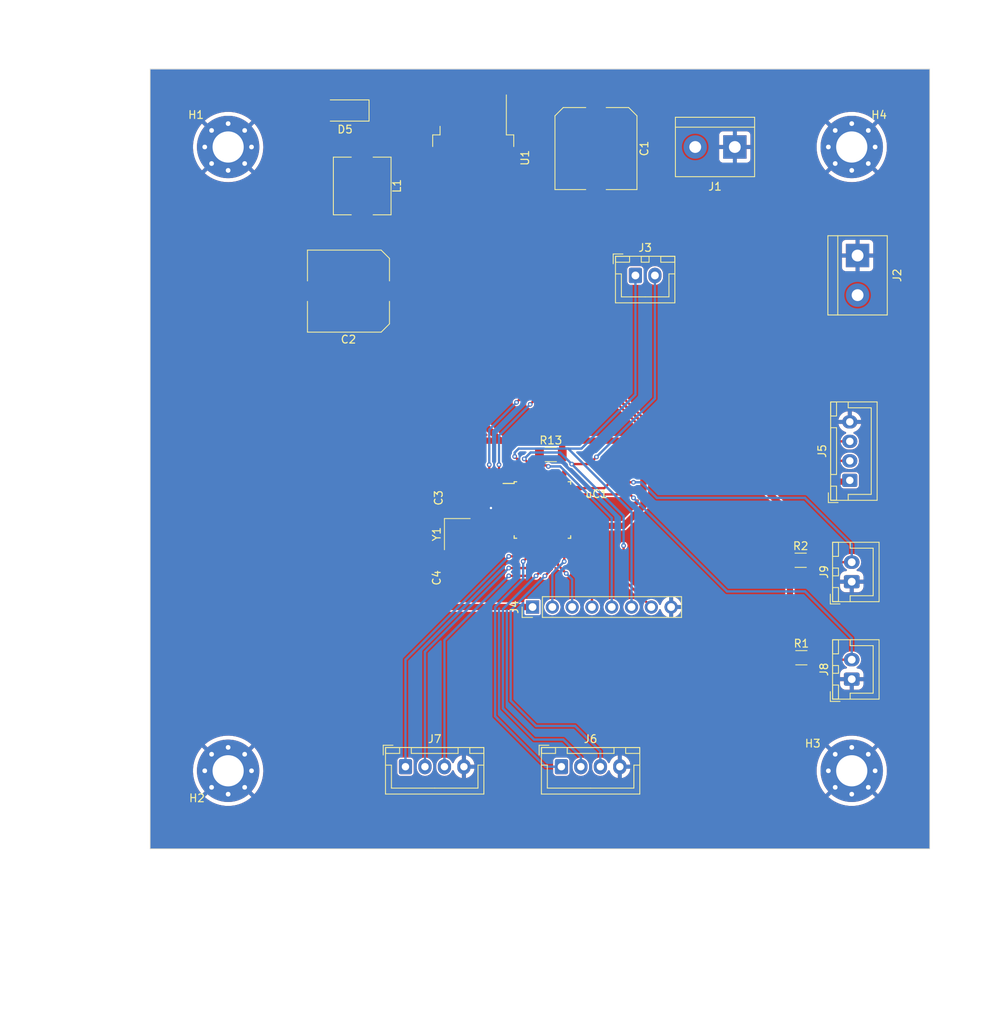
<source format=kicad_pcb>
(kicad_pcb (version 20211014) (generator pcbnew)
  (layers (0 "F.Cu" signal "Front") (1 "In1.Cu" signal) (2 "In2.Cu" signal) (31 "B.Cu" signal "Back") (34 "B.Paste" user) (35 "F.Paste" user) (36 "B.SilkS" user "B.Silkscreen") (37 "F.SilkS" user "F.Silkscreen") (38 "B.Mask" user) (39 "F.Mask" user) (44 "Edge.Cuts" user))
  (net 0 "")
  (net 1 "+24V")
  (net 2 "GND")
  (net 3 "+5V")
  (net 4 "Net-(C3-Pad1)")
  (net 5 "Net-(C4-Pad1)")
  (net 6 "Net-(D5-Pad1)")
  (net 7 "MISO")
  (net 8 "MOSI")
  (net 9 "SCK")
  (net 10 "RST")
  (net 11 "UART TX")
  (net 12 "UART RX")
  (net 14 "Pwm_Bridge_B")
  (net 15 "IN1_B")
  (net 16 "IN2_B")
  (net 19 "Contacteur_A")
  (net 20 "Contacteur_B")
  (net 25 "Pwm_Bridge_A")
  (net 26 "A")
  (net 27 "B")
  (net 28 "IN1_A")
  (net 29 "IN2_A")
  (footprint "Connector_JST:JST_XH_B4B-XH-A_1x04_P2.50mm_Vertical" (layer "F.Cu") (at 139.75 102.75 90)
    (fp_text reference "J5" (at 3.75 -3.55 90) (layer "F.SilkS"))
    (fp_text value "Conn_encodeur_linear")
    (pad "1" thru_hole roundrect (at 0 0 90) (size 1.7 1.95) (drill 0.95) (layers *.Cu *.Mask) (roundrect_rratio 0.1470588235) (net 3 "+5V"))
    (pad "2" thru_hole oval (at 2.5 0 90) (size 1.7 1.95) (drill 0.95) (layers *.Cu *.Mask) (net 26 "A"))
    (pad "3" thru_hole oval (at 5 0 90) (size 1.7 1.95) (drill 0.95) (layers *.Cu *.Mask) (net 27 "B"))
    (pad "4" thru_hole oval (at 7.5 0 90) (size 1.7 1.95) (drill 0.95) (layers *.Cu *.Mask) (net 2 "GND"))
  )
  (footprint "Capacitor_SMD:C_Elec_10x10.2" (layer "F.Cu") (at 75.438 78.486 180)
    (fp_text reference "C2" (at 0 -6.2) (layer "F.SilkS"))
    (fp_text value "220uF")
    (pad "1" smd roundrect (at -4.4 0 180) (size 4.6 2.1) (layers "F.Cu" "F.Paste" "F.Mask") (roundrect_rratio 0.1190480952) (net 3 "+5V"))
    (pad "2" smd roundrect (at 4.4 0 180) (size 4.6 2.1) (layers "F.Cu" "F.Paste" "F.Mask") (roundrect_rratio 0.1190480952) (net 2 "GND"))
  )
  (footprint "MountingHole:MountingHole_4mm_Pad_Via" (layer "F.Cu") (at 60 140)
    (fp_text reference "H2" (at -4 3.51) (layer "F.SilkS"))
    (fp_text value "MountingHole_Pad")
    (pad "1" thru_hole circle locked (at -2.12132 2.12132) (size 0.9 0.9) (drill 0.6) (layers *.Cu *.Mask) (net 2 "GND"))
    (pad "1" thru_hole circle locked (at 2.12132 -2.12132) (size 0.9 0.9) (drill 0.6) (layers *.Cu *.Mask) (net 2 "GND"))
    (pad "1" thru_hole circle locked (at 3 0) (size 0.9 0.9) (drill 0.6) (layers *.Cu *.Mask) (net 2 "GND"))
    (pad "1" thru_hole circle locked (at 0 -3) (size 0.9 0.9) (drill 0.6) (layers *.Cu *.Mask) (net 2 "GND"))
    (pad "1" thru_hole circle locked (at -3 0) (size 0.9 0.9) (drill 0.6) (layers *.Cu *.Mask) (net 2 "GND"))
    (pad "1" thru_hole circle locked (at 2.12132 2.12132) (size 0.9 0.9) (drill 0.6) (layers *.Cu *.Mask) (net 2 "GND"))
    (pad "1" thru_hole circle locked (at 0 3) (size 0.9 0.9) (drill 0.6) (layers *.Cu *.Mask) (net 2 "GND"))
    (pad "1" thru_hole circle locked (at -2.12132 -2.12132) (size 0.9 0.9) (drill 0.6) (layers *.Cu *.Mask) (net 2 "GND"))
    (pad "1" thru_hole circle locked (at 0 0) (size 8 8) (drill 4) (layers *.Cu *.Mask) (net 2 "GND"))
  )
  (footprint "Capacitor_SMD:C_Elec_10x10.2" (layer "F.Cu") (at 107.188 60.198 -90)
    (fp_text reference "C1" (at 0 -6.2 90) (layer "F.SilkS"))
    (fp_text value "680uF")
    (pad "1" smd roundrect (at -4.4 0 270) (size 4.6 2.1) (layers "F.Cu" "F.Paste" "F.Mask") (roundrect_rratio 0.1190480952) (net 1 "+24V"))
    (pad "2" smd roundrect (at 4.4 0 270) (size 4.6 2.1) (layers "F.Cu" "F.Paste" "F.Mask") (roundrect_rratio 0.1190480952) (net 2 "GND"))
  )
  (footprint "Package_QFP:TQFP-32_7x7mm_P0.8mm" (layer "F.Cu") (at 100.32 106.554)
    (fp_text reference "uC1" (at 6.93 -2.054) (layer "F.SilkS"))
    (fp_text value "ATmega328-A")
    (pad "1" smd rect (at -4.25 -2.8) (size 1.6 0.55) (layers "F.Cu" "F.Paste" "F.Mask") (net 27 "B"))
    (pad "2" smd rect (at -4.25 -2) (size 1.6 0.55) (layers "F.Cu" "F.Paste" "F.Mask"))
    (pad "3" smd rect (at -4.25 -1.2) (size 1.6 0.55) (layers "F.Cu" "F.Paste" "F.Mask") (net 2 "GND"))
    (pad "4" smd rect (at -4.25 -0.4) (size 1.6 0.55) (layers "F.Cu" "F.Paste" "F.Mask") (net 3 "+5V"))
    (pad "5" smd rect (at -4.25 0.4) (size 1.6 0.55) (layers "F.Cu" "F.Paste" "F.Mask") (net 2 "GND"))
    (pad "6" smd rect (at -4.25 1.2) (size 1.6 0.55) (layers "F.Cu" "F.Paste" "F.Mask") (net 3 "+5V"))
    (pad "7" smd rect (at -4.25 2) (size 1.6 0.55) (layers "F.Cu" "F.Paste" "F.Mask") (net 4 "Net-(C3-Pad1)"))
    (pad "8" smd rect (at -4.25 2.8) (size 1.6 0.55) (layers "F.Cu" "F.Paste" "F.Mask") (net 5 "Net-(C4-Pad1)"))
    (pad "9" smd rect (at -2.8 4.25 90) (size 1.6 0.55) (layers "F.Cu" "F.Paste" "F.Mask") (net 25 "Pwm_Bridge_A"))
    (pad "10" smd rect (at -2 4.25 90) (size 1.6 0.55) (layers "F.Cu" "F.Paste" "F.Mask") (net 14 "Pwm_Bridge_B"))
    (pad "11" smd rect (at -1.2 4.25 90) (size 1.6 0.55) (layers "F.Cu" "F.Paste" "F.Mask") (net 28 "IN1_A"))
    (pad "12" smd rect (at -0.4 4.25 90) (size 1.6 0.55) (layers "F.Cu" "F.Paste" "F.Mask") (net 29 "IN2_A"))
    (pad "13" smd rect (at 0.4 4.25 90) (size 1.6 0.55) (layers "F.Cu" "F.Paste" "F.Mask") (net 15 "IN1_B"))
    (pad "14" smd rect (at 1.2 4.25 90) (size 1.6 0.55) (layers "F.Cu" "F.Paste" "F.Mask") (net 16 "IN2_B"))
    (pad "15" smd rect (at 2 4.25 90) (size 1.6 0.55) (layers "F.Cu" "F.Paste" "F.Mask") (net 8 "MOSI"))
    (pad "16" smd rect (at 2.8 4.25 90) (size 1.6 0.55) (layers "F.Cu" "F.Paste" "F.Mask") (net 7 "MISO"))
    (pad "17" smd rect (at 4.25 2.8) (size 1.6 0.55) (layers "F.Cu" "F.Paste" "F.Mask") (net 9 "SCK"))
    (pad "18" smd rect (at 4.25 2) (size 1.6 0.55) (layers "F.Cu" "F.Paste" "F.Mask") (net 3 "+5V"))
    (pad "19" smd rect (at 4.25 1.2) (size 1.6 0.55) (layers "F.Cu" "F.Paste" "F.Mask"))
    (pad "20" smd rect (at 4.25 0.4) (size 1.6 0.55) (layers "F.Cu" "F.Paste" "F.Mask") (net 3 "+5V"))
    (pad "21" smd rect (at 4.25 -0.4) (size 1.6 0.55) (layers "F.Cu" "F.Paste" "F.Mask") (net 2 "GND"))
    (pad "22" smd rect (at 4.25 -1.2) (size 1.6 0.55) (layers "F.Cu" "F.Paste" "F.Mask"))
    (pad "23" smd rect (at 4.25 -2) (size 1.6 0.55) (layers "F.Cu" "F.Paste" "F.Mask") (net 19 "Contacteur_A"))
    (pad "24" smd rect (at 4.25 -2.8) (size 1.6 0.55) (layers "F.Cu" "F.Paste" "F.Mask") (net 20 "Contacteur_B"))
    (pad "25" smd rect (at 2.8 -4.25 90) (size 1.6 0.55) (layers "F.Cu" "F.Paste" "F.Mask"))
    (pad "26" smd rect (at 2 -4.25 90) (size 1.6 0.55) (layers "F.Cu" "F.Paste" "F.Mask"))
    (pad "27" smd rect (at 1.2 -4.25 90) (size 1.6 0.55) (layers "F.Cu" "F.Paste" "F.Mask"))
    (pad "28" smd rect (at 0.4 -4.25 90) (size 1.6 0.55) (layers "F.Cu" "F.Paste" "F.Mask"))
    (pad "29" smd rect (at -0.4 -4.25 90) (size 1.6 0.55) (layers "F.Cu" "F.Paste" "F.Mask") (net 10 "RST"))
    (pad "30" smd rect (at -1.2 -4.25 90) (size 1.6 0.55) (layers "F.Cu" "F.Paste" "F.Mask") (net 12 "UART RX"))
    (pad "31" smd rect (at -2 -4.25 90) (size 1.6 0.55) (layers "F.Cu" "F.Paste" "F.Mask") (net 11 "UART TX"))
    (pad "32" smd rect (at -2.8 -4.25 90) (size 1.6 0.55) (layers "F.Cu" "F.Paste" "F.Mask") (net 26 "A"))
  )
  (footprint "TerminalBlock:TerminalBlock_bornier-2_P5.08mm" (layer "F.Cu") (at 125 60 180)
    (fp_text reference "J1" (at 2.54 -5.08) (layer "F.SilkS"))
    (fp_text value "Connecteur_Alim")
    (pad "1" thru_hole rect (at 0 0 180) (size 3 3) (drill 1.52) (layers *.Cu *.Mask) (net 2 "GND"))
    (pad "2" thru_hole circle (at 5.08 0 180) (size 3 3) (drill 1.52) (layers *.Cu *.Mask) (net 1 "+24V"))
  )
  (footprint "MountingHole:MountingHole_4mm_Pad_Via" (layer "F.Cu") (at 140 60)
    (fp_text reference "H4" (at 3.51 -4.12) (layer "F.SilkS"))
    (fp_text value "MountingHole_Pad")
    (pad "1" thru_hole circle locked (at 2.12132 2.12132) (size 0.9 0.9) (drill 0.6) (layers *.Cu *.Mask) (net 2 "GND"))
    (pad "1" thru_hole circle locked (at 3 0) (size 0.9 0.9) (drill 0.6) (layers *.Cu *.Mask) (net 2 "GND"))
    (pad "1" thru_hole circle locked (at -2.12132 2.12132) (size 0.9 0.9) (drill 0.6) (layers *.Cu *.Mask) (net 2 "GND"))
    (pad "1" thru_hole circle locked (at 0 0) (size 8 8) (drill 4) (layers *.Cu *.Mask) (net 2 "GND"))
    (pad "1" thru_hole circle locked (at 0 3) (size 0.9 0.9) (drill 0.6) (layers *.Cu *.Mask) (net 2 "GND"))
    (pad "1" thru_hole circle locked (at 0 -3) (size 0.9 0.9) (drill 0.6) (layers *.Cu *.Mask) (net 2 "GND"))
    (pad "1" thru_hole circle locked (at 2.12132 -2.12132) (size 0.9 0.9) (drill 0.6) (layers *.Cu *.Mask) (net 2 "GND"))
    (pad "1" thru_hole circle locked (at -3 0) (size 0.9 0.9) (drill 0.6) (layers *.Cu *.Mask) (net 2 "GND"))
    (pad "1" thru_hole circle locked (at -2.12132 -2.12132) (size 0.9 0.9) (drill 0.6) (layers *.Cu *.Mask) (net 2 "GND"))
  )
  (footprint "Connector_JST:JST_XH_B2B-XH-A_1x02_P2.50mm_Vertical" (layer "F.Cu") (at 112.25 76.475)
    (fp_text reference "J3" (at 1.25 -3.55) (layer "F.SilkS"))
    (fp_text value "Connecteur_Comm")
    (pad "1" thru_hole roundrect (at 0 0) (size 1.7 2) (drill 1) (layers *.Cu *.Mask) (roundrect_rratio 0.1470588235) (net 11 "UART TX"))
    (pad "2" thru_hole oval (at 2.5 0) (size 1.7 2) (drill 1) (layers *.Cu *.Mask) (net 12 "UART RX"))
  )
  (footprint "Connector_JST:JST_XH_B2B-XH-A_1x02_P2.50mm_Vertical" (layer "F.Cu") (at 140 115.75 90)
    (fp_text reference "J9" (at 1.25 -3.55 90) (layer "F.SilkS"))
    (fp_text value "Conn_contacteur_A")
    (pad "1" thru_hole roundrect (at 0 0 90) (size 1.7 2) (drill 1) (layers *.Cu *.Mask) (roundrect_rratio 0.1470588235) (net 2 "GND"))
    (pad "2" thru_hole oval (at 2.5 0 90) (size 1.7 2) (drill 1) (layers *.Cu *.Mask) (net 20 "Contacteur_B"))
  )
  (footprint "Connector_JST:JST_XH_B4B-XH-A_1x04_P2.50mm_Vertical" (layer "F.Cu") (at 82.75 139.475)
    (fp_text reference "J7" (at 3.75 -3.55) (layer "F.SilkS"))
    (fp_text value "Conn_mot_2")
    (pad "1" thru_hole roundrect (at 0 0) (size 1.7 1.95) (drill 0.95) (layers *.Cu *.Mask) (roundrect_rratio 0.1470588235) (net 25 "Pwm_Bridge_A"))
    (pad "2" thru_hole oval (at 2.5 0) (size 1.7 1.95) (drill 0.95) (layers *.Cu *.Mask) (net 28 "IN1_A"))
    (pad "3" thru_hole oval (at 5 0) (size 1.7 1.95) (drill 0.95) (layers *.Cu *.Mask) (net 29 "IN2_A"))
    (pad "4" thru_hole oval (at 7.5 0) (size 1.7 1.95) (drill 0.95) (layers *.Cu *.Mask) (net 2 "GND"))
  )
  (footprint "Crystal:Crystal_SMD_3225-4Pin_3.2x2.5mm" (layer "F.Cu") (at 89.4 109.65 -90)
    (fp_text reference "Y1" (at 0 2.65 -90) (layer "F.SilkS"))
    (fp_text value "16MHz")
    (pad "1" smd rect (at -1.1 0.85 270) (size 1.4 1.2) (layers "F.Cu" "F.Paste" "F.Mask") (net 4 "Net-(C3-Pad1)"))
    (pad "2" smd rect (at 1.1 0.85 270) (size 1.4 1.2) (layers "F.Cu" "F.Paste" "F.Mask") (net 5 "Net-(C4-Pad1)"))
    (pad "3" smd rect (at 1.1 -0.85 270) (size 1.4 1.2) (layers "F.Cu" "F.Paste" "F.Mask"))
    (pad "4" smd rect (at -1.1 -0.85 270) (size 1.4 1.2) (layers "F.Cu" "F.Paste" "F.Mask"))
  )
  (footprint "Capacitor_SMD:C_01005_0402Metric" (layer "F.Cu") (at 88.5 112.675 -90)
    (fp_text reference "C4" (at 2.575 1.75 90) (layer "F.SilkS"))
    (fp_text value "22p")
    (pad "1" smd roundrect (at -0.25 0 270) (size 0.4 0.3) (layers "F.Cu" "F.Mask") (net 5 "Net-(C4-Pad1)"))
    (pad "2" smd roundrect (at 0.25 0 270) (size 0.4 0.3) (layers "F.Cu" "F.Mask") (net 2 "GND"))
  )
  (footprint "TerminalBlock:TerminalBlock_bornier-2_P5.08mm" (layer "F.Cu") (at 140.75 73.92 -90)
    (fp_text reference "J2" (at 2.54 -5.08 90) (layer "F.SilkS"))
    (fp_text value "Connecteur_Moteur")
    (pad "1" thru_hole rect (at 0 0 270) (size 3 3) (drill 1.52) (layers *.Cu *.Mask) (net 2 "GND"))
    (pad "2" thru_hole circle (at 5.08 0 270) (size 3 3) (drill 1.52) (layers *.Cu *.Mask) (net 1 "+24V"))
  )
  (footprint "Package_TO_SOT_SMD:TO-263-5_TabPin3" (layer "F.Cu") (at 91.44 61.395 -90)
    (fp_text reference "U1" (at 0 -6.65 90) (layer "F.SilkS"))
    (fp_text value "LM2596S-5")
    (pad "1" smd rect (at -5.775 -3.4 270) (size 4.6 1.1) (layers "F.Cu" "F.Paste" "F.Mask") (net 1 "+24V"))
    (pad "2" smd rect (at -5.775 -1.7 270) (size 4.6 1.1) (layers "F.Cu" "F.Paste" "F.Mask") (net 6 "Net-(D5-Pad1)"))
    (pad "3" smd rect (at 3.375 0 270) (size 9.4 10.8) (layers "F.Cu" "F.Mask") (net 2 "GND"))
    (pad "3" smd rect (at -5.775 0 270) (size 4.6 1.1) (layers "F.Cu" "F.Paste" "F.Mask") (net 2 "GND"))
    (pad "4" smd rect (at -5.775 1.7 270) (size 4.6 1.1) (layers "F.Cu" "F.Paste" "F.Mask") (net 3 "+5V"))
    (pad "5" smd rect (at -5.775 3.4 270) (size 4.6 1.1) (layers "F.Cu" "F.Paste" "F.Mask") (net 2 "GND"))
  )
  (footprint "Connector_JST:JST_XH_B4B-XH-A_1x04_P2.50mm_Vertical" (layer "F.Cu") (at 102.75 139.475)
    (fp_text reference "J6" (at 3.75 -3.55) (layer "F.SilkS"))
    (fp_text value "Conn_mot_1")
    (pad "1" thru_hole roundrect (at 0 0) (size 1.7 1.95) (drill 0.95) (layers *.Cu *.Mask) (roundrect_rratio 0.1470588235) (net 14 "Pwm_Bridge_B"))
    (pad "2" thru_hole oval (at 2.5 0) (size 1.7 1.95) (drill 0.95) (layers *.Cu *.Mask) (net 15 "IN1_B"))
    (pad "3" thru_hole oval (at 5 0) (size 1.7 1.95) (drill 0.95) (layers *.Cu *.Mask) (net 16 "IN2_B"))
    (pad "4" thru_hole oval (at 7.5 0) (size 1.7 1.95) (drill 0.95) (layers *.Cu *.Mask) (net 2 "GND"))
  )
  (footprint "Resistor_SMD:R_1206_3216Metric" (layer "F.Cu") (at 133.45 113)
    (fp_text reference "R2" (at 0 -1.82) (layer "F.SilkS"))
    (fp_text value "10k")
    (pad "1" smd roundrect (at -1.4625 0) (size 1.125 1.75) (layers "F.Cu" "F.Paste" "F.Mask") (roundrect_rratio 0.2222222222) (net 3 "+5V"))
    (pad "2" smd roundrect (at 1.4625 0) (size 1.125 1.75) (layers "F.Cu" "F.Paste" "F.Mask") (roundrect_rratio 0.2222222222) (net 20 "Contacteur_B"))
  )
  (footprint "Resistor_SMD:R_1206_3216Metric" (layer "F.Cu") (at 101.3975 99.442)
    (fp_text reference "R13" (at 0 -1.82) (layer "F.SilkS"))
    (fp_text value "100k")
    (pad "1" smd roundrect (at -1.4625 0) (size 1.125 1.75) (layers "F.Cu" "F.Paste" "F.Mask") (roundrect_rratio 0.2222222222) (net 10 "RST"))
    (pad "2" smd roundrect (at 1.4625 0) (size 1.125 1.75) (layers "F.Cu" "F.Paste" "F.Mask") (roundrect_rratio 0.2222222222) (net 3 "+5V"))
  )
  (footprint "MountingHole:MountingHole_4mm_Pad_Via" (layer "F.Cu") (at 60 60)
    (fp_text reference "H1" (at -4.12 -4.12) (layer "F.SilkS"))
    (fp_text value "MountingHole_Pad")
    (pad "1" thru_hole circle locked (at -2.12132 -2.12132) (size 0.9 0.9) (drill 0.6) (layers *.Cu *.Mask) (net 2 "GND"))
    (pad "1" thru_hole circle locked (at 2.12132 -2.12132) (size 0.9 0.9) (drill 0.6) (layers *.Cu *.Mask) (net 2 "GND"))
    (pad "1" thru_hole circle locked (at 2.12132 2.12132) (size 0.9 0.9) (drill 0.6) (layers *.Cu *.Mask) (net 2 "GND"))
    (pad "1" thru_hole circle locked (at 0 3) (size 0.9 0.9) (drill 0.6) (layers *.Cu *.Mask) (net 2 "GND"))
    (pad "1" thru_hole circle locked (at 3 0) (size 0.9 0.9) (drill 0.6) (layers *.Cu *.Mask) (net 2 "GND"))
    (pad "1" thru_hole circle locked (at -3 0) (size 0.9 0.9) (drill 0.6) (layers *.Cu *.Mask) (net 2 "GND"))
    (pad "1" thru_hole circle locked (at 0 -3) (size 0.9 0.9) (drill 0.6) (layers *.Cu *.Mask) (net 2 "GND"))
    (pad "1" thru_hole circle locked (at 0 0) (size 8 8) (drill 4) (layers *.Cu *.Mask) (net 2 "GND"))
    (pad "1" thru_hole circle locked (at -2.12132 2.12132) (size 0.9 0.9) (drill 0.6) (layers *.Cu *.Mask) (net 2 "GND"))
  )
  (footprint "Resistor_SMD:R_1206_3216Metric" (layer "F.Cu") (at 133.5375 125.5)
    (fp_text reference "R1" (at 0 -1.82) (layer "F.SilkS"))
    (fp_text value "10k")
    (pad "1" smd roundrect (at -1.4625 0) (size 1.125 1.75) (layers "F.Cu" "F.Paste" "F.Mask") (roundrect_rratio 0.2222222222) (net 3 "+5V"))
    (pad "2" smd roundrect (at 1.4625 0) (size 1.125 1.75) (layers "F.Cu" "F.Paste" "F.Mask") (roundrect_rratio 0.2222222222) (net 19 "Contacteur_A"))
  )
  (footprint "Capacitor_SMD:C_01005_0402Metric" (layer "F.Cu") (at 88.5 106.75 90)
    (fp_text reference "C3" (at 1.75 -1.5 90) (layer "F.SilkS"))
    (fp_text value "22p")
    (pad "1" smd roundrect (at -0.25 0 90) (size 0.4 0.3) (layers "F.Cu" "F.Mask") (net 4 "Net-(C3-Pad1)"))
    (pad "2" smd roundrect (at 0.25 0 90) (size 0.4 0.3) (layers "F.Cu" "F.Mask") (net 2 "GND"))
  )
  (footprint "Diode_SMD:D_SOD-128" (layer "F.Cu") (at 75 55.32 180)
    (fp_text reference "D5" (at 0 -2.43) (layer "F.SilkS"))
    (fp_text value "1N5824")
    (pad "1" smd rect (at -2.2 0 180) (size 1.4 2.1) (layers "F.Cu" "F.Paste" "F.Mask") (net 6 "Net-(D5-Pad1)"))
    (pad "2" smd rect (at 2.2 0 180) (size 1.4 2.1) (layers "F.Cu" "F.Paste" "F.Mask") (net 2 "GND"))
  )
  (footprint "Connector_JST:JST_XH_B2B-XH-A_1x02_P2.50mm_Vertical" (layer "F.Cu") (at 140 128.25 90)
    (fp_text reference "J8" (at 1.25 -3.55 90) (layer "F.SilkS"))
    (fp_text value "Conn_contacteur_B")
    (pad "1" thru_hole roundrect (at 0 0 90) (size 1.7 2) (drill 1) (layers *.Cu *.Mask) (roundrect_rratio 0.1470588235) (net 2 "GND"))
    (pad "2" thru_hole oval (at 2.5 0 90) (size 1.7 2) (drill 1) (layers *.Cu *.Mask) (net 19 "Contacteur_A"))
  )
  (footprint "Connector_PinHeader_2.54mm:PinHeader_1x08_P2.54mm_Vertical" (layer "F.Cu") (at 99.05 119 90)
    (fp_text reference "J4" (at 0 -2.33 90) (layer "F.SilkS"))
    (fp_text value "Connecteur_Prog")
    (pad "1" thru_hole rect (at 0 0 90) (size 1.7 1.7) (drill 1) (layers *.Cu *.Mask) (net 3 "+5V"))
    (pad "2" thru_hole oval (at 0 2.54 90) (size 1.7 1.7) (drill 1) (layers *.Cu *.Mask) (net 7 "MISO"))
    (pad "3" thru_hole oval (at 0 5.08 90) (size 1.7 1.7) (drill 1) (layers *.Cu *.Mask) (net 8 "MOSI"))
    (pad "4" thru_hole oval (at 0 7.62 90) (size 1.7 1.7) (drill 1) (layers *.Cu *.Mask) (net 9 "SCK"))
    (pad "5" thru_hole oval (at 0 10.16 90) (size 1.7 1.7) (drill 1) (layers *.Cu *.Mask) (net 10 "RST"))
    (pad "6" thru_hole oval (at 0 12.7 90) (size 1.7 1.7) (drill 1) (layers *.Cu *.Mask) (net 11 "UART TX"))
    (pad "7" thru_hole oval (at 0 15.24 90) (size 1.7 1.7) (drill 1) (layers *.Cu *.Mask) (net 12 "UART RX"))
    (pad "8" thru_hole oval (at 0 17.78 90) (size 1.7 1.7) (drill 1) (layers *.Cu *.Mask) (net 2 "GND"))
  )
  (footprint "MountingHole:MountingHole_4mm_Pad_Via" (layer "F.Cu") (at 140 140)
    (fp_text reference "H3" (at -5 -3.5) (layer "F.SilkS"))
    (fp_text value "MountingHole_Pad")
    (pad "1" thru_hole circle locked (at -3 0) (size 0.9 0.9) (drill 0.6) (layers *.Cu *.Mask) (net 2 "GND"))
    (pad "1" thru_hole circle locked (at 2.12132 2.12132) (size 0.9 0.9) (drill 0.6) (layers *.Cu *.Mask) (net 2 "GND"))
    (pad "1" thru_hole circle locked (at -2.12132 -2.12132) (size 0.9 0.9) (drill 0.6) (layers *.Cu *.Mask) (net 2 "GND"))
    (pad "1" thru_hole circle locked (at 0 -3) (size 0.9 0.9) (drill 0.6) (layers *.Cu *.Mask) (net 2 "GND"))
    (pad "1" thru_hole circle locked (at 0 0) (size 8 8) (drill 4) (layers *.Cu *.Mask) (net 2 "GND"))
    (pad "1" thru_hole circle locked (at 2.12132 -2.12132) (size 0.9 0.9) (drill 0.6) (layers *.Cu *.Mask) (net 2 "GND"))
    (pad "1" thru_hole circle locked (at -2.12132 2.12132) (size 0.9 0.9) (drill 0.6) (layers *.Cu *.Mask) (net 2 "GND"))
    (pad "1" thru_hole circle locked (at 3 0) (size 0.9 0.9) (drill 0.6) (layers *.Cu *.Mask) (net 2 "GND"))
    (pad "1" thru_hole circle locked (at 0 3) (size 0.9 0.9) (drill 0.6) (layers *.Cu *.Mask) (net 2 "GND"))
  )
  (footprint "Inductor_SMD:L_7.3x7.3_H4.5" (layer "F.Cu") (at 77.2 65 -90)
    (fp_text reference "L1" (at 0 -4.45 90) (layer "F.SilkS"))
    (fp_text value "33uH")
    (pad "1" smd rect (at -3.2 0 270) (size 1.5 2.2) (layers "F.Cu" "F.Paste" "F.Mask") (net 6 "Net-(D5-Pad1)"))
    (pad "2" smd rect (at 3.2 0 270) (size 1.5 2.2) (layers "F.Cu" "F.Paste" "F.Mask") (net 3 "+5V"))
  )
  (gr_rect locked (start 50 50) (end 150 150) (layer "Edge.Cuts") (width 0.1) (fill none))
  (segment (start 119.92 60) (end 116.388 60) (width 4) (layer "F.Cu") (net 1))
  (segment (start 107.188 55.798) (end 96.094 55.798) (width 4) (layer "F.Cu") (net 1))
  (segment (start 119.92 60) (end 119.92 62.32) (width 4) (layer "F.Cu") (net 1))
  (segment (start 136.6 79) (end 140.75 79) (width 4) (layer "F.Cu") (net 1))
  (segment (start 96.055 55.759) (end 95.909 55.759) (width 4) (layer "F.Cu") (net 1))
  (segment (start 112.186 55.798) (end 107.188 55.798) (width 4) (layer "F.Cu") (net 1))
  (segment (start 96.094 55.798) (end 96.055 55.759) (width 4) (layer "F.Cu") (net 1))
  (segment (start 116.388 60) (end 112.186 55.798) (width 4) (layer "F.Cu") (net 1))
  (segment (start 119.92 62.32) (end 136.6 79) (width 4) (layer "F.Cu") (net 1))
  (segment (start 94.37 106.954) (end 96.07 106.954) (width 0.6) (layer "F.Cu") (net 2))
  (segment (start 93.716 106.3) (end 94.37 106.954) (width 0.6) (layer "F.Cu") (net 2))
  (via (at 93.716 106.3) (size 0.8) (drill 0.3) (layers "F.Cu" "B.Cu") (net 2))
  (segment (start 77.2 71.104) (end 80.01 73.914) (width 0.8) (layer "F.Cu") (net 3))
  (segment (start 93.897207 107.754) (end 96.07 107.754) (width 0.6) (layer "F.Cu") (net 3))
  (segment (start 104.57 108.554) (end 105.876 108.554) (width 0.6) (layer "F.Cu") (net 3))
  (segment (start 79.838 78.486) (end 87 85.648) (width 0.8) (layer "F.Cu") (net 3))
  (segment (start 105.876 108.554) (end 105.908 108.586) (width 0.6) (layer "F.Cu") (net 3))
  (segment (start 77.2 68.2) (end 77.2 71.104) (width 0.8) (layer "F.Cu") (net 3))
  (segment (start 132 107) (end 127.918 102.918) (width 0.8) (layer "F.Cu") (net 3))
  (segment (start 131.9875 113) (end 132 112.9875) (width 0.8) (layer "F.Cu") (net 3))
  (segment (start 82.804 53.594) (end 83.82 52.578) (width 0.8) (layer "F.Cu") (net 3))
  (segment (start 91.43 103.506) (end 92.194793 103.506) (width 0.6) (layer "F.Cu") (net 3))
  (segment (start 80.01 78.314) (end 79.838 78.486) (width 0.8) (layer "F.Cu") (net 3))
  (segment (start 132.075 125.5) (end 132.075 113.0875) (width 0.8) (layer "F.Cu") (net 3))
  (segment (start 83.556 119) (end 99.05 119) (width 0.8) (layer "F.Cu") (net 3))
  (segment (start 94.914 97.664) (end 95.086 97.664) (width 0.8) (layer "F.Cu") (net 3))
  (segment (start 110.734 97.664) (end 102.606 97.664) (width 0.8) (layer "F.Cu") (net 3))
  (segment (start 113.274 106.046) (end 113.274 100.204) (width 0.8) (layer "F.Cu") (net 3))
  (segment (start 139.582 102.918) (end 139.75 102.75) (width 0.8) (layer "F.Cu") (net 3))
  (segment (start 94.842793 106.154) (end 96.07 106.154) (width 0.6) (layer "F.Cu") (net 3))
  (segment (start 80.01 73.914) (end 80.01 78.314) (width 0.8) (layer "F.Cu") (net 3))
  (segment (start 89.759 53.437) (end 89.759 55.759) (width 0.8) (layer "F.Cu") (net 3))
  (segment (start 92.816 106.672793) (end 93.897207 107.754) (width 0.6) (layer "F.Cu") (net 3))
  (segment (start 92.816 106.67) (end 92.816 106.672793) (width 0.6) (layer "F.Cu") (net 3))
  (segment (start 115.988 102.918) (end 127.082 102.918) (width 0.8) (layer "F.Cu") (net 3))
  (segment (start 95.086 97.664) (end 90.16 97.664) (width 0.8) (layer "F.Cu") (net 3))
  (segment (start 106.67 107.062) (end 105.908 107.062) (width 0.8) (layer "F.Cu") (net 3))
  (segment (start 91.43 103.506) (end 91.43 105.284) (width 0.6) (layer "F.Cu") (net 3))
  (segment (start 83.82 52.578) (end 88.9 52.578) (width 0.8) (layer "F.Cu") (net 3))
  (segment (start 105.908 107.062) (end 105.8 106.954) (width 0.6) (layer "F.Cu") (net 3))
  (segment (start 87 89.75) (end 94.914 97.664) (width 0.8) (layer "F.Cu") (net 3))
  (segment (start 90.16 97.664) (end 84.826 97.664) (width 0.8) (layer "F.Cu") (net 3))
  (segment (start 108.194 108.586) (end 110.734 108.586) (width 0.8) (layer "F.Cu") (net 3))
  (segment (start 113.274 100.204) (end 110.734 97.664) (width 0.8) (layer "F.Cu") (net 3))
  (segment (start 132 112.9875) (end 132 107) (width 0.8) (layer "F.Cu") (net 3))
  (segment (start 91.43 98.934) (end 90.16 97.664) (width 0.8) (layer "F.Cu") (net 3))
  (segment (start 113.274 100.204) (end 115.988 102.918) (width 0.8) (layer "F.Cu") (net 3))
  (segment (start 91.43 103.506) (end 91.43 98.934) (width 0.8) (layer "F.Cu") (net 3))
  (segment (start 102.86 99.442) (end 102.86 97.918) (width 0.8) (layer "F.Cu") (net 3))
  (segment (start 77.2 68.2) (end 82.804 62.596) (width 0.8) (layer "F.Cu") (net 3))
  (segment (start 80.762 116.206) (end 83.556 119) (width 0.8) (layer "F.Cu") (net 3))
  (segment (start 92.194793 103.506) (end 94.842793 106.154) (width 0.6) (layer "F.Cu") (net 3))
  (segment (start 80.762 101.728) (end 80.762 116.206) (width 0.8) (layer "F.Cu") (net 3))
  (segment (start 127.082 102.918) (end 139.582 102.918) (width 0.8) (layer "F.Cu") (net 3))
  (segment (start 105.908 108.586) (end 108.194 108.586) (width 0.8) (layer "F.Cu") (net 3))
  (segment (start 88.9 52.578) (end 89.759 53.437) (width 0.8) (layer "F.Cu") (net 3))
  (segment (start 84.826 97.664) (end 80.762 101.728) (width 0.8) (layer "F.Cu") (net 3))
  (segment (start 91.43 105.284) (end 92.816 106.67) (width 0.6) (layer "F.Cu") (net 3))
  (segment (start 132.075 113.0875) (end 131.9875 113) (width 0.8) (layer "F.Cu") (net 3))
  (segment (start 108.194 108.586) (end 106.67 107.062) (width 0.8) (layer "F.Cu") (net 3))
  (segment (start 102.606 97.664) (end 95.086 97.664) (width 0.8) (layer "F.Cu") (net 3))
  (segment (start 110.734 108.586) (end 113.274 106.046) (width 0.8) (layer "F.Cu") (net 3))
  (segment (start 105.8 106.954) (end 104.57 106.954) (width 0.6) (layer "F.Cu") (net 3))
  (segment (start 82.804 62.596) (end 82.804 53.594) (width 0.8) (layer "F.Cu") (net 3))
  (segment (start 102.86 97.918) (end 102.606 97.664) (width 0.8) (layer "F.Cu") (net 3))
  (segment (start 87 85.648) (end 87 89.75) (width 0.8) (layer "F.Cu") (net 3))
  (segment (start 127.918 102.918) (end 127.082 102.918) (width 0.8) (layer "F.Cu") (net 3))
  (segment (start 88.55 107.1) (end 88.5 107.05) (width 0.3) (layer "F.Cu") (net 4))
  (segment (start 90.75 107.05) (end 88.5 107.05) (width 0.3) (layer "F.Cu") (net 4))
  (segment (start 91.735041 108.519) (end 91.790041 108.574) (width 0.3) (layer "F.Cu") (net 4))
  (segment (start 88.55 108.55) (end 88.55 107.1) (width 0.3) (layer "F.Cu") (net 4))
  (segment (start 91.790041 108.574) (end 96.05 108.574) (width 0.3) (layer "F.Cu") (net 4))
  (segment (start 91.735041 108.035041) (end 90.75 107.05) (width 0.3) (layer "F.Cu") (net 4))
  (segment (start 96.05 108.574) (end 96.07 108.554) (width 0.3) (layer "F.Cu") (net 4))
  (segment (start 91.735041 108.519) (end 91.735041 108.035041) (width 0.3) (layer "F.Cu") (net 4))
  (segment (start 94.396 109.354) (end 91.375 112.375) (width 0.3) (layer "F.Cu") (net 5))
  (segment (start 88.5 112.375) (end 88.55 112.325) (width 0.3) (layer "F.Cu") (net 5))
  (segment (start 91.375 112.375) (end 88.5 112.375) (width 0.3) (layer "F.Cu") (net 5))
  (segment (start 96.07 109.354) (end 94.396 109.354) (width 0.3) (layer "F.Cu") (net 5))
  (segment (start 88.55 112.325) (end 88.55 110.75) (width 0.3) (layer "F.Cu") (net 5))
  (segment (start 77.2 55.32) (end 77.2 61.8) (width 0.8) (layer "F.Cu") (net 6))
  (segment (start 93.159 55.759) (end 93.159 53.535) (width 0.8) (layer "F.Cu") (net 6))
  (segment (start 78.74 51.308) (end 77.2 52.848) (width 0.8) (layer "F.Cu") (net 6))
  (segment (start 93.159 53.535) (end 90.932 51.308) (width 0.8) (layer "F.Cu") (net 6))
  (segment (start 77.2 52.848) (end 77.2 55.32) (width 0.8) (layer "F.Cu") (net 6))
  (segment (start 93.159 53.281) (end 93.159 55.759) (width 0.3) (layer "F.Cu") (net 6))
  (segment (start 90.932 51.308) (end 78.74 51.308) (width 0.8) (layer "F.Cu") (net 6))
  (segment (start 103.12 113.152) (end 103.12 110.804) (width 0.3) (layer "F.Cu") (net 7))
  (segment (start 103.114 113.158) (end 103.12 113.152) (width 0.3) (layer "F.Cu") (net 7))
  (via (at 103.114 113.158) (size 0.6) (drill 0.3) (layers "F.Cu" "B.Cu") (net 7))
  (segment (start 103.114 113.158) (end 101.59 114.682) (width 0.3) (layer "B.Cu") (net 7))
  (segment (start 101.59 114.682) (end 101.59 119) (width 0.3) (layer "B.Cu") (net 7))
  (segment (start 103.368 114.682) (end 102.32 113.634) (width 0.3) (layer "F.Cu") (net 8))
  (segment (start 102.32 113.634) (end 102.32 110.804) (width 0.3) (layer "F.Cu") (net 8))
  (via (at 103.368 114.682) (size 0.6) (drill 0.3) (layers "F.Cu" "B.Cu") (net 8))
  (segment (start 103.368 114.682) (end 104.13 115.444) (width 0.3) (layer "B.Cu") (net 8))
  (segment (start 104.13 115.444) (end 104.13 119) (width 0.3) (layer "B.Cu") (net 8))
  (segment (start 104.57 109.354) (end 104.57 112.328) (width 0.3) (layer "F.Cu") (net 9))
  (segment (start 106.67 114.428) (end 106.67 119) (width 0.3) (layer "F.Cu") (net 9))
  (segment (start 104.57 112.328) (end 106.67 114.428) (width 0.3) (layer "F.Cu") (net 9))
  (segment (start 100.959 100.843) (end 101.082 100.966) (width 0.3) (layer "F.Cu") (net 10))
  (segment (start 99.935 99.442) (end 99.935 100.843) (width 0.3) (layer "F.Cu") (net 10))
  (segment (start 99.935 102.289) (end 99.92 102.304) (width 0.3) (layer "F.Cu") (net 10))
  (segment (start 99.935 100.843) (end 99.935 102.289) (width 0.3) (layer "F.Cu") (net 10))
  (segment (start 99.935 100.843) (end 100.959 100.843) (width 0.3) (layer "F.Cu") (net 10))
  (via (at 101.082 100.966) (size 0.6) (drill 0.3) (layers "F.Cu" "B.Cu") (net 10))
  (segment (start 102.606 100.966) (end 109.21 107.57) (width 0.3) (layer "B.Cu") (net 10))
  (segment (start 109.21 107.57) (end 109.21 119) (width 0.3) (layer "B.Cu") (net 10))
  (segment (start 101.082 100.966) (end 102.606 100.966) (width 0.3) (layer "B.Cu") (net 10))
  (segment (start 96.764 99.696) (end 98.32 101.252) (width 0.3) (layer "F.Cu") (net 11))
  (segment (start 98.32 101.252) (end 98.32 102.304) (width 0.3) (layer "F.Cu") (net 11))
  (via (at 96.764 99.696) (size 0.6) (drill 0.3) (layers "F.Cu" "B.Cu") (net 11))
  (segment (start 112.25 91.75) (end 105.32 98.68) (width 0.3) (layer "B.Cu") (net 11))
  (segment (start 105.221 100.279) (end 111.75 106.808) (width 0.3) (layer "B.Cu") (net 11))
  (segment (start 111.75 106.808) (end 111.75 119) (width 0.3) (layer "B.Cu") (net 11))
  (segment (start 112.25 76.475) (end 112.25 91.75) (width 0.3) (layer "B.Cu") (net 11))
  (segment (start 96.764 99.696) (end 96.764 99.188) (width 0.3) (layer "B.Cu") (net 11))
  (segment (start 103.622 98.68) (end 105.221 100.279) (width 0.3) (layer "B.Cu") (net 11))
  (segment (start 96.764 99.188) (end 97.272 98.68) (width 0.3) (layer "B.Cu") (net 11))
  (segment (start 103.32 98.68) (end 103.622 98.68) (width 0.3) (layer "B.Cu") (net 11))
  (segment (start 105.32 98.68) (end 103.32 98.68) (width 0.3) (layer "B.Cu") (net 11))
  (segment (start 97.272 98.68) (end 103.32 98.68) (width 0.3) (layer "B.Cu") (net 11))
  (segment (start 99.12 101.133468) (end 99.12 102.304) (width 0.3) (layer "F.Cu") (net 12))
  (segment (start 97.985266 99.998734) (end 99.12 101.133468) (width 0.3) (layer "F.Cu") (net 12))
  (segment (start 106.334 100.666) (end 107.25 99.75) (width 0.3) (layer "F.Cu") (net 12))
  (segment (start 104.084 100.666) (end 106.334 100.666) (width 0.3) (layer "F.Cu") (net 12))
  (segment (start 110.734 115.444) (end 110.734 111.126) (width 0.3) (layer "F.Cu") (net 12))
  (segment (start 114.29 119) (end 110.734 115.444) (width 0.3) (layer "F.Cu") (net 12))
  (via (at 110.734 111.126) (size 0.6) (drill 0.3) (layers "F.Cu" "B.Cu") (net 12))
  (via (at 97.985266 99.998734) (size 0.6) (drill 0.3) (layers "F.Cu" "B.Cu") (net 12))
  (via (at 104.084 100.666) (size 0.6) (drill 0.3) (layers "F.Cu" "B.Cu") (net 12))
  (via (at 107.25 99.75) (size 0.6) (drill 0.3) (layers "F.Cu" "B.Cu") (net 12))
  (segment (start 102.598 99.18) (end 104.084 100.666) (width 0.3) (layer "B.Cu") (net 12))
  (segment (start 97.985266 99.998734) (end 98.804 99.18) (width 0.3) (layer "B.Cu") (net 12))
  (segment (start 114.75 92.25) (end 114.75 76.475) (width 0.3) (layer "B.Cu") (net 12))
  (segment (start 107.25 99.75) (end 114.75 92.25) (width 0.3) (layer "B.Cu") (net 12))
  (segment (start 104.084 100.666) (end 110.734 107.316) (width 0.3) (layer "B.Cu") (net 12))
  (segment (start 110.734 107.316) (end 110.734 111.126) (width 0.3) (layer "B.Cu") (net 12))
  (segment (start 98.804 99.18) (end 102.598 99.18) (width 0.3) (layer "B.Cu") (net 12))
  (segment (start 97.85 113.15) (end 98.32 112.68) (width 0.3) (layer "F.Cu") (net 14))
  (segment (start 98.32 112.68) (end 98.32 110.804) (width 0.3) (layer "F.Cu") (net 14))
  (via (at 97.85 113.15) (size 0.6) (drill 0.3) (layers "F.Cu" "B.Cu") (net 14))
  (segment (start 94.25 133) (end 100.725 139.475) (width 0.3) (layer "B.Cu") (net 14))
  (segment (start 94.25 119) (end 94.25 133) (width 0.3) (layer "B.Cu") (net 14))
  (segment (start 97.85 115.4) (end 94.25 119) (width 0.3) (layer "B.Cu") (net 14))
  (segment (start 97.85 113.15) (end 97.85 115.4) (width 0.3) (layer "B.Cu") (net 14))
  (segment (start 100.725 139.475) (end 102.75 139.475) (width 0.3) (layer "B.Cu") (net 14))
  (segment (start 100.72 113.78) (end 100.72 110.804) (width 0.3) (layer "F.Cu") (net 15))
  (segment (start 99.5 115) (end 100.72 113.78) (width 0.3) (layer "F.Cu") (net 15))
  (via (at 99.5 115) (size 0.6) (drill 0.3) (layers "F.Cu" "B.Cu") (net 15))
  (segment (start 105.25 138.25) (end 105.25 139.475) (width 0.3) (layer "B.Cu") (net 15))
  (segment (start 99.25 136) (end 103 136) (width 0.3) (layer "B.Cu") (net 15))
  (segment (start 95.25 119.25) (end 95.25 132) (width 0.3) (layer "B.Cu") (net 15))
  (segment (start 99.5 115) (end 95.25 119.25) (width 0.3) (layer "B.Cu") (net 15))
  (segment (start 95.25 132) (end 99.25 136) (width 0.3) (layer "B.Cu") (net 15))
  (segment (start 103 136) (end 105.25 138.25) (width 0.3) (layer "B.Cu") (net 15))
  (segment (start 100.6375 115.0125) (end 101.52 114.13) (width 0.3) (layer "F.Cu") (net 16))
  (segment (start 101.52 114.13) (end 101.52 110.804) (width 0.3) (layer "F.Cu") (net 16))
  (via (at 100.6375 115.0125) (size 0.6) (drill 0.3) (layers "F.Cu" "B.Cu") (net 16))
  (segment (start 107.75 137.5) (end 107.75 139.475) (width 0.3) (layer "B.Cu") (net 16))
  (segment (start 104.5 134.25) (end 107.75 137.5) (width 0.3) (layer "B.Cu") (net 16))
  (segment (start 96.25 131) (end 99.5 134.25) (width 0.3) (layer "B.Cu") (net 16))
  (segment (start 100.6375 115.0125) (end 96.25 119.4) (width 0.3) (layer "B.Cu") (net 16))
  (segment (start 96.25 119.4) (end 96.25 131) (width 0.3) (layer "B.Cu") (net 16))
  (segment (start 99.5 134.25) (end 104.5 134.25) (width 0.3) (layer "B.Cu") (net 16))
  (segment (start 140 125.75) (end 135.25 125.75) (width 0.3) (layer "F.Cu") (net 19))
  (segment (start 112 105) (end 111.554 104.554) (width 0.3) (layer "F.Cu") (net 19))
  (segment (start 135.25 125.75) (end 135 125.5) (width 0.3) (layer "F.Cu") (net 19))
  (segment (start 111.554 104.554) (end 104.57 104.554) (width 0.3) (layer "F.Cu") (net 19))
  (via (at 112 105) (size 0.6) (drill 0.3) (layers "F.Cu" "B.Cu") (net 19))
  (segment (start 140 123) (end 140 125.75) (width 0.3) (layer "B.Cu") (net 19))
  (segment (start 134 117) (end 140 123) (width 0.3) (layer "B.Cu") (net 19))
  (segment (start 112 105) (end 124 117) (width 0.3) (layer "B.Cu") (net 19))
  (segment (start 124 117) (end 134 117) (width 0.3) (layer "B.Cu") (net 19))
  (segment (start 108.246 103.754) (end 104.57 103.754) (width 0.3) (layer "F.Cu") (net 20))
  (segment (start 140 113.25) (end 135.1625 113.25) (width 0.3) (layer "F.Cu") (net 20))
  (segment (start 109 103) (end 108.246 103.754) (width 0.3) (layer "F.Cu") (net 20))
  (segment (start 112 103) (end 109 103) (width 0.3) (layer "F.Cu") (net 20))
  (segment (start 135.1625 113.25) (end 134.9125 113) (width 0.3) (layer "F.Cu") (net 20))
  (via (at 112 103) (size 0.6) (drill 0.3) (layers "F.Cu" "B.Cu") (net 20))
  (segment (start 112 103) (end 113 103) (width 0.3) (layer "B.Cu") (net 20))
  (segment (start 134 105) (end 140 111) (width 0.3) (layer "B.Cu") (net 20))
  (segment (start 140 111) (end 140 113.25) (width 0.3) (layer "B.Cu") (net 20))
  (segment (start 113 103) (end 115 105) (width 0.3) (layer "B.Cu") (net 20))
  (segment (start 115 105) (end 134 105) (width 0.3) (layer "B.Cu") (net 20))
  (segment (start 97 112.5) (end 96 112.5) (width 0.3) (layer "F.Cu") (net 25))
  (segment (start 97.52 111.98) (end 97 112.5) (width 0.3) (layer "F.Cu") (net 25))
  (segment (start 97.52 110.804) (end 97.52 111.98) (width 0.3) (layer "F.Cu") (net 25))
  (via (at 96 112.5) (size 0.6) (drill 0.3) (layers "F.Cu" "B.Cu") (net 25))
  (segment (start 82.75 125.75) (end 82.75 139.475) (width 0.3) (layer "B.Cu") (net 25))
  (segment (start 96 112.5) (end 82.75 125.75) (width 0.3) (layer "B.Cu") (net 25))
  (segment (start 139.75 100.25) (end 117.25 100.25) (width 0.3) (layer "F.Cu") (net 26))
  (segment (start 97.52 102.304) (end 95.554 102.304) (width 0.3) (layer "F.Cu") (net 26))
  (segment (start 95.554 102.304) (end 94.75 101.5) (width 0.3) (layer "F.Cu") (net 26))
  (segment (start 109.25 92.25) (end 99.5 92.25) (width 0.3) (layer "F.Cu") (net 26))
  (segment (start 99.5 92.25) (end 98.75 93) (width 0.3) (layer "F.Cu") (net 26))
  (segment (start 117.25 100.25) (end 109.25 92.25) (width 0.3) (layer "F.Cu") (net 26))
  (segment (start 94.75 101.5) (end 94.75 100.75) (width 0.3) (layer "F.Cu") (net 26))
  (via (at 94.75 100.75) (size 0.6) (drill 0.3) (layers "F.Cu" "B.Cu") (net 26))
  (via (at 98.75 93) (size 0.6) (drill 0.3) (layers "F.Cu" "B.Cu") (net 26))
  (segment (start 94.75 97) (end 98.75 93) (width 0.3) (layer "B.Cu") (net 26))
  (segment (start 94.75 100.75) (end 94.75 97) (width 0.3) (layer "B.Cu") (net 26))
  (segment (start 94.504 103.754) (end 93.5 102.75) (width 0.3) (layer "F.Cu") (net 27))
  (segment (start 116.25 97.75) (end 109.75 91.25) (width 0.3) (layer "F.Cu") (net 27))
  (segment (start 98.5 91.25) (end 97 92.75) (width 0.3) (layer "F.Cu") (net 27))
  (segment (start 109.75 91.25) (end 98.5 91.25) (width 0.3) (layer "F.Cu") (net 27))
  (segment (start 139.75 97.75) (end 116.25 97.75) (width 0.3) (layer "F.Cu") (net 27))
  (segment (start 93.5 102.75) (end 93.5 100.75) (width 0.3) (layer "F.Cu") (net 27))
  (segment (start 96.07 103.754) (end 94.504 103.754) (width 0.3) (layer "F.Cu") (net 27))
  (via (at 97 92.75) (size 0.6) (drill 0.3) (layers "F.Cu" "B.Cu") (net 27))
  (via (at 93.5 100.75) (size 0.6) (drill 0.3) (layers "F.Cu" "B.Cu") (net 27))
  (segment (start 93.5 96.25) (end 97 92.75) (width 0.3) (layer "B.Cu") (net 27))
  (segment (start 93.5 100.75) (end 93.5 96.25) (width 0.3) (layer "B.Cu") (net 27))
  (segment (start 99.12 113.13) (end 98.25 114) (width 0.3) (layer "F.Cu") (net 28))
  (segment (start 99.12 110.804) (end 99.12 113.13) (width 0.3) (layer "F.Cu") (net 28))
  (segment (start 98.25 114) (end 96 114) (width 0.3) (layer "F.Cu") (net 28))
  (via (at 96 114) (size 0.6) (drill 0.3) (layers "F.Cu" "B.Cu") (net 28))
  (segment (start 96 114) (end 85.25 124.75) (width 0.3) (layer "B.Cu") (net 28))
  (segment (start 85.25 124.75) (end 85.25 139.475) (width 0.3) (layer "B.Cu") (net 28))
  (segment (start 99.92 113.33) (end 99.92 110.804) (width 0.3) (layer "F.Cu") (net 29))
  (segment (start 96 115) (end 98.25 115) (width 0.3) (layer "F.Cu") (net 29))
  (segment (start 98.25 115) (end 99.92 113.33) (width 0.3) (layer "F.Cu") (net 29))
  (via (at 96 115) (size 0.6) (drill 0.3) (layers "F.Cu" "B.Cu") (net 29))
  (segment (start 87.75 123.25) (end 87.75 139.475) (width 0.3) (layer "B.Cu") (net 29))
  (segment (start 96 115) (end 87.75 123.25) (width 0.3) (layer "B.Cu") (net 29))
  (zone (net 2) (net_name "GND") (layers F&B.Cu) (connect_pads (clearance 0)) (min_thickness 0.254) (fill yes (thermal_gap 0.508) (thermal_bridge_width 0.508))
    (polygon (pts (xy 157.48 172.466) (xy 30.734 172.466) (xy 30.734 41.148) (xy 157.48 41.148)))
  )
)
</source>
